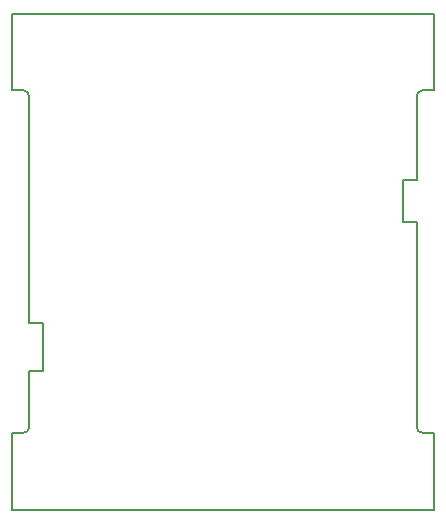
<source format=gbr>
%TF.GenerationSoftware,KiCad,Pcbnew,(5.1.4)-1*%
%TF.CreationDate,2019-12-19T22:46:11-07:00*%
%TF.ProjectId,base,62617365-2e6b-4696-9361-645f70636258,rev?*%
%TF.SameCoordinates,Original*%
%TF.FileFunction,Profile,NP*%
%FSLAX46Y46*%
G04 Gerber Fmt 4.6, Leading zero omitted, Abs format (unit mm)*
G04 Created by KiCad (PCBNEW (5.1.4)-1) date 2019-12-19 22:46:11*
%MOMM*%
%LPD*%
G04 APERTURE LIST*
%ADD10C,0.150000*%
G04 APERTURE END LIST*
D10*
X131000500Y-114280540D02*
X131000500Y-118280540D01*
X162651441Y-102162541D02*
X162651441Y-95050541D01*
X161502382Y-105714800D02*
X162651441Y-105714800D01*
X161502382Y-102162541D02*
X162651441Y-102162541D01*
X129851441Y-123050540D02*
G75*
G02X129351441Y-123550540I-500000J0D01*
G01*
X129351441Y-94550541D02*
G75*
G02X129851441Y-95050541I0J-500000D01*
G01*
X162651441Y-95050541D02*
G75*
G02X163151441Y-94550541I500000J0D01*
G01*
X163151441Y-123550540D02*
G75*
G02X162651441Y-123050540I0J500000D01*
G01*
X128351441Y-88050540D02*
X128351441Y-94550540D01*
X163151441Y-94550541D02*
X164151441Y-94550540D01*
X162651441Y-123050540D02*
X162651441Y-105714800D01*
X164151441Y-123550540D02*
X163151441Y-123550540D01*
X164151441Y-94550540D02*
X164151440Y-88050541D01*
X129851441Y-95050541D02*
X129851441Y-114280540D01*
X128351441Y-94550540D02*
X129351441Y-94550541D01*
X128351441Y-130050540D02*
X162651440Y-130050540D01*
X129851441Y-114280540D02*
X131000500Y-114280540D01*
X161502382Y-102162541D02*
X161502382Y-105714800D01*
X162651440Y-88050540D02*
X128351441Y-88050540D01*
X131000500Y-118280540D02*
X129851441Y-118280540D01*
X128351441Y-123550540D02*
X128351441Y-130050540D01*
X129351441Y-123550540D02*
X128351441Y-123550540D01*
X129851441Y-118280540D02*
X129851441Y-123050540D01*
X162651440Y-130050540D02*
X164151440Y-130050540D01*
X164151440Y-88050541D02*
X162651440Y-88050540D01*
X164151440Y-130050540D02*
X164151441Y-123550540D01*
M02*

</source>
